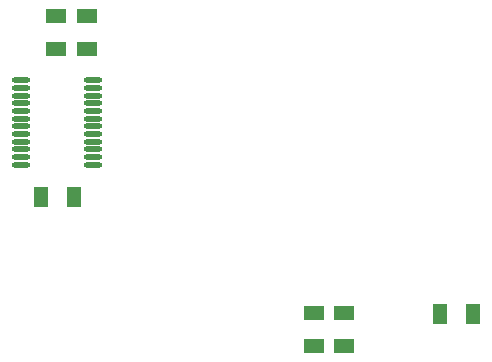
<source format=gbp>
G04*
G04 #@! TF.GenerationSoftware,Altium Limited,Altium Designer,20.0.11 (256)*
G04*
G04 Layer_Color=128*
%FSLAX44Y44*%
%MOMM*%
G71*
G01*
G75*
%ADD29R,1.2500X1.7500*%
%ADD30O,1.6000X0.4500*%
%ADD31R,1.7500X1.2500*%
D29*
X1172690Y1281400D02*
D03*
X1200690D02*
D03*
X1510510Y1182340D02*
D03*
X1538510D02*
D03*
D30*
X1156190Y1309150D02*
D03*
Y1315650D02*
D03*
Y1322150D02*
D03*
Y1328650D02*
D03*
Y1335150D02*
D03*
Y1341650D02*
D03*
Y1348150D02*
D03*
Y1354650D02*
D03*
Y1361150D02*
D03*
Y1367650D02*
D03*
Y1374150D02*
D03*
Y1380650D02*
D03*
X1217190Y1309150D02*
D03*
Y1315650D02*
D03*
Y1322150D02*
D03*
Y1328650D02*
D03*
Y1335150D02*
D03*
Y1341650D02*
D03*
Y1348150D02*
D03*
Y1354650D02*
D03*
Y1361150D02*
D03*
Y1367650D02*
D03*
Y1374150D02*
D03*
Y1380650D02*
D03*
D31*
X1185420Y1435100D02*
D03*
Y1407100D02*
D03*
X1212090Y1435100D02*
D03*
Y1407100D02*
D03*
X1403860Y1183640D02*
D03*
Y1155640D02*
D03*
X1429260Y1183640D02*
D03*
Y1155640D02*
D03*
M02*

</source>
